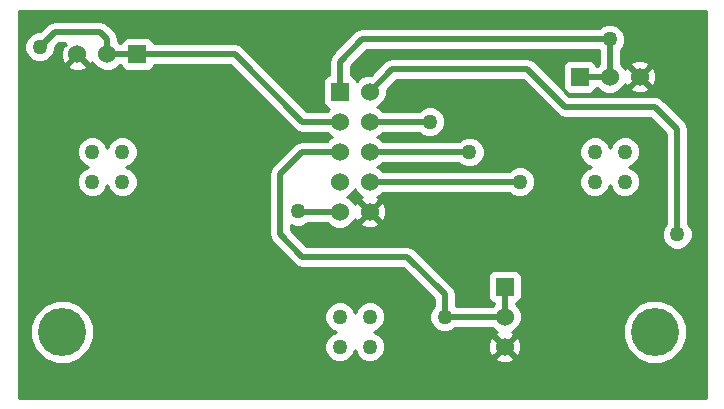
<source format=gbl>
G04 (created by PCBNEW (2013-mar-13)-testing) date Sun 26 May 2013 10:53:20 PM ART*
%MOIN*%
G04 Gerber Fmt 3.4, Leading zero omitted, Abs format*
%FSLAX34Y34*%
G01*
G70*
G90*
G04 APERTURE LIST*
%ADD10C,0.005906*%
%ADD11R,0.060000X0.060000*%
%ADD12C,0.060000*%
%ADD13C,0.050000*%
%ADD14C,0.160000*%
%ADD15C,0.021000*%
%ADD16C,0.010000*%
G04 APERTURE END LIST*
G54D10*
G54D11*
X32500Y-15250D03*
G54D12*
X33500Y-15250D03*
X32500Y-16250D03*
X33500Y-16250D03*
X32500Y-17250D03*
X33500Y-17250D03*
X32500Y-18250D03*
X33500Y-18250D03*
X32500Y-19250D03*
X33500Y-19250D03*
G54D11*
X25750Y-14000D03*
G54D12*
X24750Y-14000D03*
X23750Y-14000D03*
G54D11*
X38000Y-21750D03*
G54D12*
X38000Y-22750D03*
X38000Y-23750D03*
G54D11*
X40500Y-14750D03*
G54D12*
X41500Y-14750D03*
X42500Y-14750D03*
G54D13*
X24250Y-18250D03*
X25250Y-17250D03*
X25250Y-18250D03*
X24250Y-17250D03*
X32500Y-23750D03*
X33500Y-22750D03*
X33500Y-23750D03*
X32500Y-22750D03*
X41000Y-18250D03*
X42000Y-17250D03*
X42000Y-18250D03*
X41000Y-17250D03*
G54D14*
X43000Y-23250D03*
X23250Y-23250D03*
G54D13*
X31100Y-19240D03*
X38500Y-18250D03*
X22500Y-13750D03*
X36000Y-22750D03*
X41500Y-13500D03*
X36820Y-17260D03*
X43750Y-20000D03*
X35500Y-16250D03*
G54D15*
X32500Y-19250D02*
X31110Y-19250D01*
X31110Y-19250D02*
X31100Y-19240D01*
X33500Y-18250D02*
X38500Y-18250D01*
X25750Y-14000D02*
X29000Y-14000D01*
X31250Y-16250D02*
X32500Y-16250D01*
X29000Y-14000D02*
X31250Y-16250D01*
X24750Y-14000D02*
X25750Y-14000D01*
X24750Y-13500D02*
X24750Y-14000D01*
X24500Y-13250D02*
X24750Y-13500D01*
X23000Y-13250D02*
X24500Y-13250D01*
X22500Y-13750D02*
X23000Y-13250D01*
X32500Y-17250D02*
X31250Y-17250D01*
X36000Y-22000D02*
X36000Y-22750D01*
X34750Y-20750D02*
X36000Y-22000D01*
X31250Y-20750D02*
X34750Y-20750D01*
X30500Y-20000D02*
X31250Y-20750D01*
X30500Y-18000D02*
X30500Y-20000D01*
X31250Y-17250D02*
X30500Y-18000D01*
X36000Y-22750D02*
X38000Y-22750D01*
X38000Y-22750D02*
X38000Y-21750D01*
X41500Y-13500D02*
X33250Y-13500D01*
X32500Y-14250D02*
X32500Y-15250D01*
X33250Y-13500D02*
X32500Y-14250D01*
X41500Y-14750D02*
X40500Y-14750D01*
X41500Y-13500D02*
X41500Y-14750D01*
X36810Y-17250D02*
X33500Y-17250D01*
X36820Y-17260D02*
X36810Y-17250D01*
X33500Y-15250D02*
X34250Y-14500D01*
X43750Y-16500D02*
X43750Y-20000D01*
X43000Y-15750D02*
X43750Y-16500D01*
X40000Y-15750D02*
X43000Y-15750D01*
X38750Y-14500D02*
X40000Y-15750D01*
X34250Y-14500D02*
X38750Y-14500D01*
X35500Y-16250D02*
X33500Y-16250D01*
G54D10*
G36*
X44700Y-25450D02*
X44260Y-25450D01*
X44260Y-19899D01*
X44182Y-19711D01*
X44115Y-19643D01*
X44115Y-16500D01*
X44115Y-16500D01*
X44115Y-16500D01*
X44087Y-16360D01*
X44008Y-16241D01*
X43258Y-15491D01*
X43139Y-15412D01*
X43054Y-15395D01*
X43054Y-14831D01*
X43043Y-14613D01*
X42981Y-14462D01*
X42885Y-14434D01*
X42815Y-14505D01*
X42815Y-14364D01*
X42787Y-14268D01*
X42581Y-14195D01*
X42363Y-14206D01*
X42212Y-14268D01*
X42184Y-14364D01*
X42500Y-14679D01*
X42815Y-14364D01*
X42815Y-14505D01*
X42570Y-14750D01*
X42885Y-15065D01*
X42981Y-15037D01*
X43054Y-14831D01*
X43054Y-15395D01*
X43000Y-15385D01*
X42815Y-15385D01*
X42815Y-15135D01*
X42500Y-14820D01*
X42184Y-15135D01*
X42212Y-15231D01*
X42418Y-15304D01*
X42636Y-15293D01*
X42787Y-15231D01*
X42815Y-15135D01*
X42815Y-15385D01*
X40151Y-15385D01*
X39008Y-14241D01*
X38889Y-14162D01*
X38750Y-14135D01*
X34250Y-14135D01*
X34250Y-14134D01*
X34110Y-14162D01*
X33991Y-14241D01*
X33543Y-14690D01*
X33389Y-14689D01*
X33183Y-14774D01*
X33059Y-14898D01*
X33020Y-14802D01*
X32947Y-14729D01*
X32865Y-14695D01*
X32865Y-14401D01*
X33401Y-13865D01*
X41135Y-13865D01*
X41135Y-14323D01*
X41072Y-14385D01*
X41054Y-14385D01*
X41020Y-14302D01*
X40947Y-14229D01*
X40851Y-14190D01*
X40748Y-14190D01*
X40148Y-14190D01*
X40052Y-14229D01*
X39979Y-14302D01*
X39940Y-14398D01*
X39940Y-14501D01*
X39940Y-15101D01*
X39979Y-15197D01*
X40052Y-15270D01*
X40148Y-15310D01*
X40251Y-15310D01*
X40851Y-15310D01*
X40947Y-15270D01*
X41020Y-15197D01*
X41054Y-15115D01*
X41073Y-15115D01*
X41182Y-15224D01*
X41388Y-15309D01*
X41610Y-15310D01*
X41816Y-15225D01*
X41974Y-15067D01*
X42002Y-14999D01*
X42018Y-15037D01*
X42114Y-15065D01*
X42429Y-14750D01*
X42114Y-14434D01*
X42018Y-14462D01*
X42004Y-14503D01*
X41975Y-14433D01*
X41865Y-14322D01*
X41865Y-13856D01*
X41932Y-13789D01*
X42009Y-13601D01*
X42010Y-13399D01*
X41932Y-13211D01*
X41789Y-13067D01*
X41601Y-12990D01*
X41399Y-12989D01*
X41211Y-13067D01*
X41143Y-13135D01*
X33250Y-13135D01*
X33250Y-13134D01*
X33110Y-13162D01*
X32991Y-13241D01*
X32241Y-13991D01*
X32162Y-14110D01*
X32135Y-14250D01*
X32135Y-14695D01*
X32052Y-14729D01*
X31979Y-14802D01*
X31940Y-14898D01*
X31940Y-15001D01*
X31940Y-15601D01*
X31979Y-15697D01*
X32052Y-15770D01*
X32148Y-15809D01*
X32072Y-15885D01*
X31401Y-15885D01*
X29258Y-13741D01*
X29139Y-13662D01*
X29000Y-13635D01*
X26304Y-13635D01*
X26270Y-13552D01*
X26197Y-13479D01*
X26101Y-13440D01*
X25998Y-13440D01*
X25398Y-13440D01*
X25302Y-13479D01*
X25229Y-13552D01*
X25195Y-13635D01*
X25176Y-13635D01*
X25115Y-13572D01*
X25115Y-13500D01*
X25115Y-13500D01*
X25115Y-13500D01*
X25087Y-13360D01*
X25008Y-13241D01*
X25008Y-13241D01*
X25008Y-13241D01*
X24758Y-12991D01*
X24639Y-12912D01*
X24500Y-12885D01*
X23000Y-12885D01*
X22860Y-12912D01*
X22741Y-12991D01*
X22493Y-13239D01*
X22399Y-13239D01*
X22211Y-13317D01*
X22067Y-13460D01*
X21990Y-13648D01*
X21989Y-13851D01*
X22067Y-14038D01*
X22210Y-14182D01*
X22398Y-14259D01*
X22601Y-14260D01*
X22788Y-14182D01*
X22932Y-14039D01*
X23009Y-13851D01*
X23009Y-13756D01*
X23151Y-13615D01*
X23343Y-13615D01*
X23318Y-13639D01*
X23364Y-13684D01*
X23268Y-13712D01*
X23195Y-13918D01*
X23206Y-14136D01*
X23268Y-14287D01*
X23364Y-14315D01*
X23679Y-14000D01*
X23673Y-13994D01*
X23744Y-13923D01*
X23750Y-13929D01*
X23755Y-13923D01*
X23826Y-13994D01*
X23820Y-14000D01*
X24135Y-14315D01*
X24231Y-14287D01*
X24245Y-14246D01*
X24274Y-14316D01*
X24432Y-14474D01*
X24638Y-14559D01*
X24860Y-14560D01*
X25066Y-14475D01*
X25177Y-14365D01*
X25195Y-14365D01*
X25229Y-14447D01*
X25302Y-14520D01*
X25398Y-14560D01*
X25501Y-14560D01*
X26101Y-14560D01*
X26197Y-14520D01*
X26270Y-14447D01*
X26304Y-14365D01*
X28848Y-14365D01*
X30991Y-16508D01*
X30991Y-16508D01*
X30991Y-16508D01*
X31110Y-16587D01*
X31250Y-16615D01*
X31250Y-16615D01*
X31250Y-16615D01*
X32073Y-16615D01*
X32182Y-16724D01*
X32243Y-16749D01*
X32183Y-16774D01*
X32072Y-16885D01*
X31250Y-16885D01*
X31250Y-16884D01*
X31110Y-16912D01*
X30991Y-16991D01*
X30241Y-17741D01*
X30162Y-17860D01*
X30135Y-18000D01*
X30135Y-20000D01*
X30162Y-20139D01*
X30241Y-20258D01*
X30991Y-21008D01*
X31110Y-21087D01*
X31250Y-21115D01*
X31250Y-21115D01*
X31250Y-21115D01*
X34598Y-21115D01*
X35635Y-22151D01*
X35635Y-22393D01*
X35567Y-22460D01*
X35490Y-22648D01*
X35489Y-22851D01*
X35567Y-23038D01*
X35710Y-23182D01*
X35898Y-23259D01*
X36101Y-23260D01*
X36288Y-23182D01*
X36356Y-23115D01*
X37573Y-23115D01*
X37682Y-23224D01*
X37750Y-23252D01*
X37712Y-23268D01*
X37684Y-23364D01*
X38000Y-23679D01*
X38315Y-23364D01*
X38287Y-23268D01*
X38246Y-23254D01*
X38316Y-23225D01*
X38474Y-23067D01*
X38559Y-22861D01*
X38560Y-22639D01*
X38475Y-22433D01*
X38365Y-22322D01*
X38365Y-22304D01*
X38447Y-22270D01*
X38520Y-22197D01*
X38560Y-22101D01*
X38560Y-21998D01*
X38560Y-21398D01*
X38520Y-21302D01*
X38447Y-21229D01*
X38351Y-21190D01*
X38248Y-21190D01*
X37648Y-21190D01*
X37552Y-21229D01*
X37479Y-21302D01*
X37440Y-21398D01*
X37440Y-21501D01*
X37440Y-22101D01*
X37479Y-22197D01*
X37552Y-22270D01*
X37635Y-22304D01*
X37635Y-22323D01*
X37572Y-22385D01*
X36365Y-22385D01*
X36365Y-22000D01*
X36337Y-21860D01*
X36258Y-21741D01*
X35008Y-20491D01*
X34889Y-20412D01*
X34750Y-20385D01*
X34054Y-20385D01*
X34054Y-19331D01*
X34043Y-19113D01*
X33981Y-18962D01*
X33885Y-18934D01*
X33570Y-19250D01*
X33885Y-19565D01*
X33981Y-19537D01*
X34054Y-19331D01*
X34054Y-20385D01*
X33815Y-20385D01*
X33815Y-19635D01*
X33500Y-19320D01*
X33184Y-19635D01*
X33212Y-19731D01*
X33418Y-19804D01*
X33636Y-19793D01*
X33787Y-19731D01*
X33815Y-19635D01*
X33815Y-20385D01*
X31401Y-20385D01*
X30865Y-19848D01*
X30865Y-19694D01*
X30998Y-19749D01*
X31201Y-19750D01*
X31388Y-19672D01*
X31446Y-19615D01*
X32073Y-19615D01*
X32182Y-19724D01*
X32388Y-19809D01*
X32610Y-19810D01*
X32816Y-19725D01*
X32974Y-19567D01*
X33002Y-19499D01*
X33018Y-19537D01*
X33114Y-19565D01*
X33429Y-19250D01*
X33114Y-18934D01*
X33018Y-18962D01*
X33004Y-19003D01*
X32975Y-18933D01*
X32817Y-18775D01*
X32756Y-18750D01*
X32816Y-18725D01*
X32974Y-18567D01*
X32999Y-18506D01*
X33024Y-18566D01*
X33182Y-18724D01*
X33250Y-18752D01*
X33212Y-18768D01*
X33184Y-18864D01*
X33500Y-19179D01*
X33815Y-18864D01*
X33787Y-18768D01*
X33746Y-18754D01*
X33816Y-18725D01*
X33927Y-18615D01*
X38143Y-18615D01*
X38210Y-18682D01*
X38398Y-18759D01*
X38601Y-18760D01*
X38788Y-18682D01*
X38932Y-18539D01*
X39009Y-18351D01*
X39010Y-18149D01*
X38932Y-17961D01*
X38789Y-17817D01*
X38601Y-17740D01*
X38399Y-17739D01*
X38211Y-17817D01*
X38143Y-17885D01*
X33926Y-17885D01*
X33817Y-17775D01*
X33756Y-17750D01*
X33816Y-17725D01*
X33927Y-17615D01*
X36453Y-17615D01*
X36530Y-17692D01*
X36718Y-17769D01*
X36921Y-17770D01*
X37108Y-17692D01*
X37252Y-17549D01*
X37329Y-17361D01*
X37330Y-17159D01*
X37252Y-16971D01*
X37109Y-16827D01*
X36921Y-16750D01*
X36719Y-16749D01*
X36531Y-16827D01*
X36473Y-16885D01*
X33926Y-16885D01*
X33817Y-16775D01*
X33756Y-16750D01*
X33816Y-16725D01*
X33927Y-16615D01*
X35143Y-16615D01*
X35210Y-16682D01*
X35398Y-16759D01*
X35601Y-16760D01*
X35788Y-16682D01*
X35932Y-16539D01*
X36009Y-16351D01*
X36010Y-16149D01*
X35932Y-15961D01*
X35789Y-15817D01*
X35601Y-15740D01*
X35399Y-15739D01*
X35211Y-15817D01*
X35143Y-15885D01*
X33926Y-15885D01*
X33817Y-15775D01*
X33756Y-15750D01*
X33816Y-15725D01*
X33974Y-15567D01*
X34059Y-15361D01*
X34060Y-15206D01*
X34401Y-14865D01*
X38598Y-14865D01*
X39741Y-16008D01*
X39860Y-16087D01*
X40000Y-16115D01*
X42848Y-16115D01*
X43385Y-16651D01*
X43385Y-19643D01*
X43317Y-19710D01*
X43240Y-19898D01*
X43239Y-20101D01*
X43317Y-20288D01*
X43460Y-20432D01*
X43648Y-20509D01*
X43851Y-20510D01*
X44038Y-20432D01*
X44182Y-20289D01*
X44259Y-20101D01*
X44260Y-19899D01*
X44260Y-25450D01*
X44060Y-25450D01*
X44060Y-23040D01*
X43899Y-22650D01*
X43601Y-22351D01*
X43211Y-22190D01*
X42790Y-22189D01*
X42510Y-22305D01*
X42510Y-18149D01*
X42432Y-17961D01*
X42289Y-17817D01*
X42125Y-17749D01*
X42288Y-17682D01*
X42432Y-17539D01*
X42509Y-17351D01*
X42510Y-17149D01*
X42432Y-16961D01*
X42289Y-16817D01*
X42101Y-16740D01*
X41899Y-16739D01*
X41711Y-16817D01*
X41567Y-16960D01*
X41499Y-17124D01*
X41432Y-16961D01*
X41289Y-16817D01*
X41101Y-16740D01*
X40899Y-16739D01*
X40711Y-16817D01*
X40567Y-16960D01*
X40490Y-17148D01*
X40489Y-17351D01*
X40567Y-17538D01*
X40710Y-17682D01*
X40874Y-17750D01*
X40711Y-17817D01*
X40567Y-17960D01*
X40490Y-18148D01*
X40489Y-18351D01*
X40567Y-18538D01*
X40710Y-18682D01*
X40898Y-18759D01*
X41101Y-18760D01*
X41288Y-18682D01*
X41432Y-18539D01*
X41500Y-18375D01*
X41567Y-18538D01*
X41710Y-18682D01*
X41898Y-18759D01*
X42101Y-18760D01*
X42288Y-18682D01*
X42432Y-18539D01*
X42509Y-18351D01*
X42510Y-18149D01*
X42510Y-22305D01*
X42400Y-22350D01*
X42101Y-22648D01*
X41940Y-23038D01*
X41939Y-23459D01*
X42100Y-23849D01*
X42398Y-24148D01*
X42788Y-24309D01*
X43209Y-24310D01*
X43599Y-24149D01*
X43898Y-23851D01*
X44059Y-23461D01*
X44060Y-23040D01*
X44060Y-25450D01*
X38554Y-25450D01*
X38554Y-23831D01*
X38543Y-23613D01*
X38481Y-23462D01*
X38385Y-23434D01*
X38070Y-23750D01*
X38385Y-24065D01*
X38481Y-24037D01*
X38554Y-23831D01*
X38554Y-25450D01*
X38315Y-25450D01*
X38315Y-24135D01*
X38000Y-23820D01*
X37929Y-23891D01*
X37929Y-23750D01*
X37614Y-23434D01*
X37518Y-23462D01*
X37445Y-23668D01*
X37456Y-23886D01*
X37518Y-24037D01*
X37614Y-24065D01*
X37929Y-23750D01*
X37929Y-23891D01*
X37684Y-24135D01*
X37712Y-24231D01*
X37918Y-24304D01*
X38136Y-24293D01*
X38287Y-24231D01*
X38315Y-24135D01*
X38315Y-25450D01*
X34010Y-25450D01*
X34010Y-23649D01*
X33932Y-23461D01*
X33789Y-23317D01*
X33625Y-23249D01*
X33788Y-23182D01*
X33932Y-23039D01*
X34009Y-22851D01*
X34010Y-22649D01*
X33932Y-22461D01*
X33789Y-22317D01*
X33601Y-22240D01*
X33399Y-22239D01*
X33211Y-22317D01*
X33067Y-22460D01*
X32999Y-22624D01*
X32932Y-22461D01*
X32789Y-22317D01*
X32601Y-22240D01*
X32399Y-22239D01*
X32211Y-22317D01*
X32067Y-22460D01*
X31990Y-22648D01*
X31989Y-22851D01*
X32067Y-23038D01*
X32210Y-23182D01*
X32374Y-23250D01*
X32211Y-23317D01*
X32067Y-23460D01*
X31990Y-23648D01*
X31989Y-23851D01*
X32067Y-24038D01*
X32210Y-24182D01*
X32398Y-24259D01*
X32601Y-24260D01*
X32788Y-24182D01*
X32932Y-24039D01*
X33000Y-23875D01*
X33067Y-24038D01*
X33210Y-24182D01*
X33398Y-24259D01*
X33601Y-24260D01*
X33788Y-24182D01*
X33932Y-24039D01*
X34009Y-23851D01*
X34010Y-23649D01*
X34010Y-25450D01*
X25760Y-25450D01*
X25760Y-18149D01*
X25682Y-17961D01*
X25539Y-17817D01*
X25375Y-17749D01*
X25538Y-17682D01*
X25682Y-17539D01*
X25759Y-17351D01*
X25760Y-17149D01*
X25682Y-16961D01*
X25539Y-16817D01*
X25351Y-16740D01*
X25149Y-16739D01*
X24961Y-16817D01*
X24817Y-16960D01*
X24749Y-17124D01*
X24682Y-16961D01*
X24539Y-16817D01*
X24351Y-16740D01*
X24149Y-16739D01*
X24065Y-16774D01*
X24065Y-14385D01*
X23750Y-14070D01*
X23679Y-14141D01*
X23434Y-14385D01*
X23462Y-14481D01*
X23668Y-14554D01*
X23886Y-14543D01*
X24037Y-14481D01*
X24065Y-14385D01*
X24065Y-16774D01*
X23961Y-16817D01*
X23817Y-16960D01*
X23740Y-17148D01*
X23739Y-17351D01*
X23817Y-17538D01*
X23960Y-17682D01*
X24124Y-17750D01*
X23961Y-17817D01*
X23817Y-17960D01*
X23740Y-18148D01*
X23739Y-18351D01*
X23817Y-18538D01*
X23960Y-18682D01*
X24148Y-18759D01*
X24351Y-18760D01*
X24538Y-18682D01*
X24682Y-18539D01*
X24750Y-18375D01*
X24817Y-18538D01*
X24960Y-18682D01*
X25148Y-18759D01*
X25351Y-18760D01*
X25538Y-18682D01*
X25682Y-18539D01*
X25759Y-18351D01*
X25760Y-18149D01*
X25760Y-25450D01*
X24310Y-25450D01*
X24310Y-23040D01*
X24149Y-22650D01*
X23851Y-22351D01*
X23461Y-22190D01*
X23040Y-22189D01*
X22650Y-22350D01*
X22351Y-22648D01*
X22190Y-23038D01*
X22189Y-23459D01*
X22350Y-23849D01*
X22648Y-24148D01*
X23038Y-24309D01*
X23459Y-24310D01*
X23849Y-24149D01*
X24148Y-23851D01*
X24309Y-23461D01*
X24310Y-23040D01*
X24310Y-25450D01*
X21800Y-25450D01*
X21800Y-12750D01*
X21800Y-12550D01*
X44700Y-12550D01*
X44700Y-25450D01*
X44700Y-25450D01*
G37*
G54D16*
X44700Y-25450D02*
X44260Y-25450D01*
X44260Y-19899D01*
X44182Y-19711D01*
X44115Y-19643D01*
X44115Y-16500D01*
X44115Y-16500D01*
X44115Y-16500D01*
X44087Y-16360D01*
X44008Y-16241D01*
X43258Y-15491D01*
X43139Y-15412D01*
X43054Y-15395D01*
X43054Y-14831D01*
X43043Y-14613D01*
X42981Y-14462D01*
X42885Y-14434D01*
X42815Y-14505D01*
X42815Y-14364D01*
X42787Y-14268D01*
X42581Y-14195D01*
X42363Y-14206D01*
X42212Y-14268D01*
X42184Y-14364D01*
X42500Y-14679D01*
X42815Y-14364D01*
X42815Y-14505D01*
X42570Y-14750D01*
X42885Y-15065D01*
X42981Y-15037D01*
X43054Y-14831D01*
X43054Y-15395D01*
X43000Y-15385D01*
X42815Y-15385D01*
X42815Y-15135D01*
X42500Y-14820D01*
X42184Y-15135D01*
X42212Y-15231D01*
X42418Y-15304D01*
X42636Y-15293D01*
X42787Y-15231D01*
X42815Y-15135D01*
X42815Y-15385D01*
X40151Y-15385D01*
X39008Y-14241D01*
X38889Y-14162D01*
X38750Y-14135D01*
X34250Y-14135D01*
X34250Y-14134D01*
X34110Y-14162D01*
X33991Y-14241D01*
X33543Y-14690D01*
X33389Y-14689D01*
X33183Y-14774D01*
X33059Y-14898D01*
X33020Y-14802D01*
X32947Y-14729D01*
X32865Y-14695D01*
X32865Y-14401D01*
X33401Y-13865D01*
X41135Y-13865D01*
X41135Y-14323D01*
X41072Y-14385D01*
X41054Y-14385D01*
X41020Y-14302D01*
X40947Y-14229D01*
X40851Y-14190D01*
X40748Y-14190D01*
X40148Y-14190D01*
X40052Y-14229D01*
X39979Y-14302D01*
X39940Y-14398D01*
X39940Y-14501D01*
X39940Y-15101D01*
X39979Y-15197D01*
X40052Y-15270D01*
X40148Y-15310D01*
X40251Y-15310D01*
X40851Y-15310D01*
X40947Y-15270D01*
X41020Y-15197D01*
X41054Y-15115D01*
X41073Y-15115D01*
X41182Y-15224D01*
X41388Y-15309D01*
X41610Y-15310D01*
X41816Y-15225D01*
X41974Y-15067D01*
X42002Y-14999D01*
X42018Y-15037D01*
X42114Y-15065D01*
X42429Y-14750D01*
X42114Y-14434D01*
X42018Y-14462D01*
X42004Y-14503D01*
X41975Y-14433D01*
X41865Y-14322D01*
X41865Y-13856D01*
X41932Y-13789D01*
X42009Y-13601D01*
X42010Y-13399D01*
X41932Y-13211D01*
X41789Y-13067D01*
X41601Y-12990D01*
X41399Y-12989D01*
X41211Y-13067D01*
X41143Y-13135D01*
X33250Y-13135D01*
X33250Y-13134D01*
X33110Y-13162D01*
X32991Y-13241D01*
X32241Y-13991D01*
X32162Y-14110D01*
X32135Y-14250D01*
X32135Y-14695D01*
X32052Y-14729D01*
X31979Y-14802D01*
X31940Y-14898D01*
X31940Y-15001D01*
X31940Y-15601D01*
X31979Y-15697D01*
X32052Y-15770D01*
X32148Y-15809D01*
X32072Y-15885D01*
X31401Y-15885D01*
X29258Y-13741D01*
X29139Y-13662D01*
X29000Y-13635D01*
X26304Y-13635D01*
X26270Y-13552D01*
X26197Y-13479D01*
X26101Y-13440D01*
X25998Y-13440D01*
X25398Y-13440D01*
X25302Y-13479D01*
X25229Y-13552D01*
X25195Y-13635D01*
X25176Y-13635D01*
X25115Y-13572D01*
X25115Y-13500D01*
X25115Y-13500D01*
X25115Y-13500D01*
X25087Y-13360D01*
X25008Y-13241D01*
X25008Y-13241D01*
X25008Y-13241D01*
X24758Y-12991D01*
X24639Y-12912D01*
X24500Y-12885D01*
X23000Y-12885D01*
X22860Y-12912D01*
X22741Y-12991D01*
X22493Y-13239D01*
X22399Y-13239D01*
X22211Y-13317D01*
X22067Y-13460D01*
X21990Y-13648D01*
X21989Y-13851D01*
X22067Y-14038D01*
X22210Y-14182D01*
X22398Y-14259D01*
X22601Y-14260D01*
X22788Y-14182D01*
X22932Y-14039D01*
X23009Y-13851D01*
X23009Y-13756D01*
X23151Y-13615D01*
X23343Y-13615D01*
X23318Y-13639D01*
X23364Y-13684D01*
X23268Y-13712D01*
X23195Y-13918D01*
X23206Y-14136D01*
X23268Y-14287D01*
X23364Y-14315D01*
X23679Y-14000D01*
X23673Y-13994D01*
X23744Y-13923D01*
X23750Y-13929D01*
X23755Y-13923D01*
X23826Y-13994D01*
X23820Y-14000D01*
X24135Y-14315D01*
X24231Y-14287D01*
X24245Y-14246D01*
X24274Y-14316D01*
X24432Y-14474D01*
X24638Y-14559D01*
X24860Y-14560D01*
X25066Y-14475D01*
X25177Y-14365D01*
X25195Y-14365D01*
X25229Y-14447D01*
X25302Y-14520D01*
X25398Y-14560D01*
X25501Y-14560D01*
X26101Y-14560D01*
X26197Y-14520D01*
X26270Y-14447D01*
X26304Y-14365D01*
X28848Y-14365D01*
X30991Y-16508D01*
X30991Y-16508D01*
X30991Y-16508D01*
X31110Y-16587D01*
X31250Y-16615D01*
X31250Y-16615D01*
X31250Y-16615D01*
X32073Y-16615D01*
X32182Y-16724D01*
X32243Y-16749D01*
X32183Y-16774D01*
X32072Y-16885D01*
X31250Y-16885D01*
X31250Y-16884D01*
X31110Y-16912D01*
X30991Y-16991D01*
X30241Y-17741D01*
X30162Y-17860D01*
X30135Y-18000D01*
X30135Y-20000D01*
X30162Y-20139D01*
X30241Y-20258D01*
X30991Y-21008D01*
X31110Y-21087D01*
X31250Y-21115D01*
X31250Y-21115D01*
X31250Y-21115D01*
X34598Y-21115D01*
X35635Y-22151D01*
X35635Y-22393D01*
X35567Y-22460D01*
X35490Y-22648D01*
X35489Y-22851D01*
X35567Y-23038D01*
X35710Y-23182D01*
X35898Y-23259D01*
X36101Y-23260D01*
X36288Y-23182D01*
X36356Y-23115D01*
X37573Y-23115D01*
X37682Y-23224D01*
X37750Y-23252D01*
X37712Y-23268D01*
X37684Y-23364D01*
X38000Y-23679D01*
X38315Y-23364D01*
X38287Y-23268D01*
X38246Y-23254D01*
X38316Y-23225D01*
X38474Y-23067D01*
X38559Y-22861D01*
X38560Y-22639D01*
X38475Y-22433D01*
X38365Y-22322D01*
X38365Y-22304D01*
X38447Y-22270D01*
X38520Y-22197D01*
X38560Y-22101D01*
X38560Y-21998D01*
X38560Y-21398D01*
X38520Y-21302D01*
X38447Y-21229D01*
X38351Y-21190D01*
X38248Y-21190D01*
X37648Y-21190D01*
X37552Y-21229D01*
X37479Y-21302D01*
X37440Y-21398D01*
X37440Y-21501D01*
X37440Y-22101D01*
X37479Y-22197D01*
X37552Y-22270D01*
X37635Y-22304D01*
X37635Y-22323D01*
X37572Y-22385D01*
X36365Y-22385D01*
X36365Y-22000D01*
X36337Y-21860D01*
X36258Y-21741D01*
X35008Y-20491D01*
X34889Y-20412D01*
X34750Y-20385D01*
X34054Y-20385D01*
X34054Y-19331D01*
X34043Y-19113D01*
X33981Y-18962D01*
X33885Y-18934D01*
X33570Y-19250D01*
X33885Y-19565D01*
X33981Y-19537D01*
X34054Y-19331D01*
X34054Y-20385D01*
X33815Y-20385D01*
X33815Y-19635D01*
X33500Y-19320D01*
X33184Y-19635D01*
X33212Y-19731D01*
X33418Y-19804D01*
X33636Y-19793D01*
X33787Y-19731D01*
X33815Y-19635D01*
X33815Y-20385D01*
X31401Y-20385D01*
X30865Y-19848D01*
X30865Y-19694D01*
X30998Y-19749D01*
X31201Y-19750D01*
X31388Y-19672D01*
X31446Y-19615D01*
X32073Y-19615D01*
X32182Y-19724D01*
X32388Y-19809D01*
X32610Y-19810D01*
X32816Y-19725D01*
X32974Y-19567D01*
X33002Y-19499D01*
X33018Y-19537D01*
X33114Y-19565D01*
X33429Y-19250D01*
X33114Y-18934D01*
X33018Y-18962D01*
X33004Y-19003D01*
X32975Y-18933D01*
X32817Y-18775D01*
X32756Y-18750D01*
X32816Y-18725D01*
X32974Y-18567D01*
X32999Y-18506D01*
X33024Y-18566D01*
X33182Y-18724D01*
X33250Y-18752D01*
X33212Y-18768D01*
X33184Y-18864D01*
X33500Y-19179D01*
X33815Y-18864D01*
X33787Y-18768D01*
X33746Y-18754D01*
X33816Y-18725D01*
X33927Y-18615D01*
X38143Y-18615D01*
X38210Y-18682D01*
X38398Y-18759D01*
X38601Y-18760D01*
X38788Y-18682D01*
X38932Y-18539D01*
X39009Y-18351D01*
X39010Y-18149D01*
X38932Y-17961D01*
X38789Y-17817D01*
X38601Y-17740D01*
X38399Y-17739D01*
X38211Y-17817D01*
X38143Y-17885D01*
X33926Y-17885D01*
X33817Y-17775D01*
X33756Y-17750D01*
X33816Y-17725D01*
X33927Y-17615D01*
X36453Y-17615D01*
X36530Y-17692D01*
X36718Y-17769D01*
X36921Y-17770D01*
X37108Y-17692D01*
X37252Y-17549D01*
X37329Y-17361D01*
X37330Y-17159D01*
X37252Y-16971D01*
X37109Y-16827D01*
X36921Y-16750D01*
X36719Y-16749D01*
X36531Y-16827D01*
X36473Y-16885D01*
X33926Y-16885D01*
X33817Y-16775D01*
X33756Y-16750D01*
X33816Y-16725D01*
X33927Y-16615D01*
X35143Y-16615D01*
X35210Y-16682D01*
X35398Y-16759D01*
X35601Y-16760D01*
X35788Y-16682D01*
X35932Y-16539D01*
X36009Y-16351D01*
X36010Y-16149D01*
X35932Y-15961D01*
X35789Y-15817D01*
X35601Y-15740D01*
X35399Y-15739D01*
X35211Y-15817D01*
X35143Y-15885D01*
X33926Y-15885D01*
X33817Y-15775D01*
X33756Y-15750D01*
X33816Y-15725D01*
X33974Y-15567D01*
X34059Y-15361D01*
X34060Y-15206D01*
X34401Y-14865D01*
X38598Y-14865D01*
X39741Y-16008D01*
X39860Y-16087D01*
X40000Y-16115D01*
X42848Y-16115D01*
X43385Y-16651D01*
X43385Y-19643D01*
X43317Y-19710D01*
X43240Y-19898D01*
X43239Y-20101D01*
X43317Y-20288D01*
X43460Y-20432D01*
X43648Y-20509D01*
X43851Y-20510D01*
X44038Y-20432D01*
X44182Y-20289D01*
X44259Y-20101D01*
X44260Y-19899D01*
X44260Y-25450D01*
X44060Y-25450D01*
X44060Y-23040D01*
X43899Y-22650D01*
X43601Y-22351D01*
X43211Y-22190D01*
X42790Y-22189D01*
X42510Y-22305D01*
X42510Y-18149D01*
X42432Y-17961D01*
X42289Y-17817D01*
X42125Y-17749D01*
X42288Y-17682D01*
X42432Y-17539D01*
X42509Y-17351D01*
X42510Y-17149D01*
X42432Y-16961D01*
X42289Y-16817D01*
X42101Y-16740D01*
X41899Y-16739D01*
X41711Y-16817D01*
X41567Y-16960D01*
X41499Y-17124D01*
X41432Y-16961D01*
X41289Y-16817D01*
X41101Y-16740D01*
X40899Y-16739D01*
X40711Y-16817D01*
X40567Y-16960D01*
X40490Y-17148D01*
X40489Y-17351D01*
X40567Y-17538D01*
X40710Y-17682D01*
X40874Y-17750D01*
X40711Y-17817D01*
X40567Y-17960D01*
X40490Y-18148D01*
X40489Y-18351D01*
X40567Y-18538D01*
X40710Y-18682D01*
X40898Y-18759D01*
X41101Y-18760D01*
X41288Y-18682D01*
X41432Y-18539D01*
X41500Y-18375D01*
X41567Y-18538D01*
X41710Y-18682D01*
X41898Y-18759D01*
X42101Y-18760D01*
X42288Y-18682D01*
X42432Y-18539D01*
X42509Y-18351D01*
X42510Y-18149D01*
X42510Y-22305D01*
X42400Y-22350D01*
X42101Y-22648D01*
X41940Y-23038D01*
X41939Y-23459D01*
X42100Y-23849D01*
X42398Y-24148D01*
X42788Y-24309D01*
X43209Y-24310D01*
X43599Y-24149D01*
X43898Y-23851D01*
X44059Y-23461D01*
X44060Y-23040D01*
X44060Y-25450D01*
X38554Y-25450D01*
X38554Y-23831D01*
X38543Y-23613D01*
X38481Y-23462D01*
X38385Y-23434D01*
X38070Y-23750D01*
X38385Y-24065D01*
X38481Y-24037D01*
X38554Y-23831D01*
X38554Y-25450D01*
X38315Y-25450D01*
X38315Y-24135D01*
X38000Y-23820D01*
X37929Y-23891D01*
X37929Y-23750D01*
X37614Y-23434D01*
X37518Y-23462D01*
X37445Y-23668D01*
X37456Y-23886D01*
X37518Y-24037D01*
X37614Y-24065D01*
X37929Y-23750D01*
X37929Y-23891D01*
X37684Y-24135D01*
X37712Y-24231D01*
X37918Y-24304D01*
X38136Y-24293D01*
X38287Y-24231D01*
X38315Y-24135D01*
X38315Y-25450D01*
X34010Y-25450D01*
X34010Y-23649D01*
X33932Y-23461D01*
X33789Y-23317D01*
X33625Y-23249D01*
X33788Y-23182D01*
X33932Y-23039D01*
X34009Y-22851D01*
X34010Y-22649D01*
X33932Y-22461D01*
X33789Y-22317D01*
X33601Y-22240D01*
X33399Y-22239D01*
X33211Y-22317D01*
X33067Y-22460D01*
X32999Y-22624D01*
X32932Y-22461D01*
X32789Y-22317D01*
X32601Y-22240D01*
X32399Y-22239D01*
X32211Y-22317D01*
X32067Y-22460D01*
X31990Y-22648D01*
X31989Y-22851D01*
X32067Y-23038D01*
X32210Y-23182D01*
X32374Y-23250D01*
X32211Y-23317D01*
X32067Y-23460D01*
X31990Y-23648D01*
X31989Y-23851D01*
X32067Y-24038D01*
X32210Y-24182D01*
X32398Y-24259D01*
X32601Y-24260D01*
X32788Y-24182D01*
X32932Y-24039D01*
X33000Y-23875D01*
X33067Y-24038D01*
X33210Y-24182D01*
X33398Y-24259D01*
X33601Y-24260D01*
X33788Y-24182D01*
X33932Y-24039D01*
X34009Y-23851D01*
X34010Y-23649D01*
X34010Y-25450D01*
X25760Y-25450D01*
X25760Y-18149D01*
X25682Y-17961D01*
X25539Y-17817D01*
X25375Y-17749D01*
X25538Y-17682D01*
X25682Y-17539D01*
X25759Y-17351D01*
X25760Y-17149D01*
X25682Y-16961D01*
X25539Y-16817D01*
X25351Y-16740D01*
X25149Y-16739D01*
X24961Y-16817D01*
X24817Y-16960D01*
X24749Y-17124D01*
X24682Y-16961D01*
X24539Y-16817D01*
X24351Y-16740D01*
X24149Y-16739D01*
X24065Y-16774D01*
X24065Y-14385D01*
X23750Y-14070D01*
X23679Y-14141D01*
X23434Y-14385D01*
X23462Y-14481D01*
X23668Y-14554D01*
X23886Y-14543D01*
X24037Y-14481D01*
X24065Y-14385D01*
X24065Y-16774D01*
X23961Y-16817D01*
X23817Y-16960D01*
X23740Y-17148D01*
X23739Y-17351D01*
X23817Y-17538D01*
X23960Y-17682D01*
X24124Y-17750D01*
X23961Y-17817D01*
X23817Y-17960D01*
X23740Y-18148D01*
X23739Y-18351D01*
X23817Y-18538D01*
X23960Y-18682D01*
X24148Y-18759D01*
X24351Y-18760D01*
X24538Y-18682D01*
X24682Y-18539D01*
X24750Y-18375D01*
X24817Y-18538D01*
X24960Y-18682D01*
X25148Y-18759D01*
X25351Y-18760D01*
X25538Y-18682D01*
X25682Y-18539D01*
X25759Y-18351D01*
X25760Y-18149D01*
X25760Y-25450D01*
X24310Y-25450D01*
X24310Y-23040D01*
X24149Y-22650D01*
X23851Y-22351D01*
X23461Y-22190D01*
X23040Y-22189D01*
X22650Y-22350D01*
X22351Y-22648D01*
X22190Y-23038D01*
X22189Y-23459D01*
X22350Y-23849D01*
X22648Y-24148D01*
X23038Y-24309D01*
X23459Y-24310D01*
X23849Y-24149D01*
X24148Y-23851D01*
X24309Y-23461D01*
X24310Y-23040D01*
X24310Y-25450D01*
X21800Y-25450D01*
X21800Y-12750D01*
X21800Y-12550D01*
X44700Y-12550D01*
X44700Y-25450D01*
M02*

</source>
